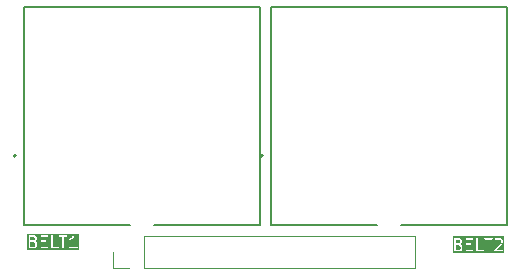
<source format=gbr>
%TF.GenerationSoftware,KiCad,Pcbnew,9.0.1*%
%TF.CreationDate,2025-06-09T14:27:30-04:00*%
%TF.ProjectId,Ceinture_respiration_Shield,4365696e-7475-4726-955f-726573706972,1.1*%
%TF.SameCoordinates,Original*%
%TF.FileFunction,Legend,Top*%
%TF.FilePolarity,Positive*%
%FSLAX46Y46*%
G04 Gerber Fmt 4.6, Leading zero omitted, Abs format (unit mm)*
G04 Created by KiCad (PCBNEW 9.0.1) date 2025-06-09 14:27:30*
%MOMM*%
%LPD*%
G01*
G04 APERTURE LIST*
%ADD10C,0.150000*%
%ADD11C,0.127000*%
%ADD12C,0.200000*%
%ADD13C,0.120000*%
%ADD14R,1.508000X1.508000*%
%ADD15C,1.508000*%
%ADD16C,2.400000*%
%ADD17R,1.950000X1.950000*%
%ADD18C,1.950000*%
%ADD19R,1.700000X1.700000*%
%ADD20O,1.700000X1.700000*%
G04 APERTURE END LIST*
D10*
G36*
X3522455Y5911320D02*
G01*
X3548949Y5884826D01*
X3583207Y5816310D01*
X3583207Y5708863D01*
X3548948Y5640347D01*
X3518541Y5609939D01*
X3450026Y5575681D01*
X3161779Y5575681D01*
X3161779Y5949491D01*
X3407942Y5949491D01*
X3522455Y5911320D01*
G37*
G36*
X3470923Y6391423D02*
G01*
X3501330Y6361016D01*
X3535588Y6292500D01*
X3535588Y6232672D01*
X3501330Y6164156D01*
X3470923Y6133749D01*
X3402407Y6099491D01*
X3161779Y6099491D01*
X3161779Y6425681D01*
X3402407Y6425681D01*
X3470923Y6391423D01*
G37*
G36*
X7271449Y5314570D02*
G01*
X2900668Y5314570D01*
X2900668Y6500681D01*
X3011779Y6500681D01*
X3011779Y5500681D01*
X3013220Y5486049D01*
X3024419Y5459013D01*
X3045111Y5438321D01*
X3072147Y5427122D01*
X3086779Y5425681D01*
X3467731Y5425681D01*
X3482363Y5427122D01*
X3484852Y5428154D01*
X3487540Y5428344D01*
X3501272Y5433599D01*
X3596510Y5481218D01*
X3602809Y5485183D01*
X3604637Y5485940D01*
X3606693Y5487628D01*
X3608953Y5489050D01*
X3610253Y5490550D01*
X3616003Y5495268D01*
X3663621Y5542887D01*
X3668339Y5548637D01*
X3669838Y5549936D01*
X3671259Y5552195D01*
X3672949Y5554253D01*
X3673706Y5556083D01*
X3677670Y5562379D01*
X3725289Y5657617D01*
X3730544Y5671348D01*
X3730735Y5674038D01*
X3731766Y5676526D01*
X3733207Y5691158D01*
X3733207Y5834015D01*
X3731766Y5848647D01*
X3730735Y5851136D01*
X3730544Y5853825D01*
X3725289Y5867556D01*
X3677670Y5962794D01*
X3673705Y5969094D01*
X3672948Y5970921D01*
X3671259Y5972978D01*
X3669838Y5975237D01*
X3668339Y5976537D01*
X3663621Y5982286D01*
X3616002Y6029905D01*
X3604637Y6039232D01*
X3602146Y6040264D01*
X3600111Y6042029D01*
X3594043Y6044738D01*
X3616002Y6066696D01*
X3620720Y6072446D01*
X3622219Y6073745D01*
X3623640Y6076005D01*
X3625329Y6078061D01*
X3626086Y6079889D01*
X3630051Y6086188D01*
X3677670Y6181426D01*
X3682925Y6195157D01*
X3683116Y6197847D01*
X3684147Y6200335D01*
X3685588Y6214967D01*
X3685588Y6310205D01*
X3684147Y6324837D01*
X3683116Y6327326D01*
X3682925Y6330015D01*
X3677670Y6343746D01*
X3630051Y6438984D01*
X3626086Y6445284D01*
X3625329Y6447111D01*
X3623640Y6449168D01*
X3622219Y6451427D01*
X3620720Y6452727D01*
X3616002Y6458476D01*
X3573797Y6500681D01*
X4011779Y6500681D01*
X4011779Y5500681D01*
X4013220Y5486049D01*
X4024419Y5459013D01*
X4045111Y5438321D01*
X4072147Y5427122D01*
X4086779Y5425681D01*
X4562969Y5425681D01*
X4577601Y5427122D01*
X4604637Y5438321D01*
X4625329Y5459013D01*
X4636528Y5486049D01*
X4636528Y5515313D01*
X4625329Y5542349D01*
X4604637Y5563041D01*
X4577601Y5574240D01*
X4562969Y5575681D01*
X4161779Y5575681D01*
X4161779Y5949491D01*
X4420112Y5949491D01*
X4434744Y5950932D01*
X4461780Y5962131D01*
X4482472Y5982823D01*
X4493671Y6009859D01*
X4493671Y6039123D01*
X4482472Y6066159D01*
X4461780Y6086851D01*
X4434744Y6098050D01*
X4420112Y6099491D01*
X4161779Y6099491D01*
X4161779Y6425681D01*
X4562969Y6425681D01*
X4577601Y6427122D01*
X4604637Y6438321D01*
X4625329Y6459013D01*
X4636528Y6486049D01*
X4636528Y6500681D01*
X4916541Y6500681D01*
X4916541Y5500681D01*
X4917982Y5486049D01*
X4929181Y5459013D01*
X4949873Y5438321D01*
X4976909Y5427122D01*
X4991541Y5425681D01*
X5467731Y5425681D01*
X5482363Y5427122D01*
X5509399Y5438321D01*
X5530091Y5459013D01*
X5541290Y5486049D01*
X5541290Y5515313D01*
X5530091Y5542349D01*
X5509399Y5563041D01*
X5482363Y5574240D01*
X5467731Y5575681D01*
X5066541Y5575681D01*
X5066541Y6500681D01*
X5065100Y6515313D01*
X5584649Y6515313D01*
X5584649Y6486049D01*
X5595848Y6459013D01*
X5616540Y6438321D01*
X5643576Y6427122D01*
X5658208Y6425681D01*
X5868922Y6425681D01*
X5868922Y5500681D01*
X5870363Y5486049D01*
X5881562Y5459013D01*
X5902254Y5438321D01*
X5929290Y5427122D01*
X5958554Y5427122D01*
X5985590Y5438321D01*
X6006282Y5459013D01*
X6017481Y5486049D01*
X6018922Y5500681D01*
X6018922Y6224348D01*
X6440940Y6224348D01*
X6443014Y6195158D01*
X6456101Y6168983D01*
X6478209Y6149810D01*
X6505970Y6140556D01*
X6535160Y6142630D01*
X6548892Y6147885D01*
X6644130Y6195504D01*
X6650429Y6199469D01*
X6652257Y6200226D01*
X6654313Y6201915D01*
X6656573Y6203336D01*
X6657872Y6204835D01*
X6663622Y6209553D01*
X6726065Y6271996D01*
X6726065Y5575681D01*
X6515351Y5575681D01*
X6500719Y5574240D01*
X6473683Y5563041D01*
X6452991Y5542349D01*
X6441792Y5515313D01*
X6441792Y5486049D01*
X6452991Y5459013D01*
X6473683Y5438321D01*
X6500719Y5427122D01*
X6515351Y5425681D01*
X7086779Y5425681D01*
X7101411Y5427122D01*
X7128447Y5438321D01*
X7149139Y5459013D01*
X7160338Y5486049D01*
X7160338Y5515313D01*
X7149139Y5542349D01*
X7128447Y5563041D01*
X7101411Y5574240D01*
X7086779Y5575681D01*
X6876065Y5575681D01*
X6876065Y6500681D01*
X6876059Y6500734D01*
X6876065Y6500760D01*
X6876049Y6500837D01*
X6874624Y6515313D01*
X6871782Y6522174D01*
X6870326Y6529455D01*
X6866236Y6535562D01*
X6863425Y6542349D01*
X6858176Y6547598D01*
X6854043Y6553770D01*
X6847926Y6557848D01*
X6842733Y6563041D01*
X6835873Y6565883D01*
X6829694Y6570002D01*
X6822485Y6571428D01*
X6815697Y6574240D01*
X6808270Y6574240D01*
X6800986Y6575681D01*
X6793781Y6574240D01*
X6786433Y6574240D01*
X6779572Y6571399D01*
X6772292Y6569942D01*
X6766186Y6565854D01*
X6759397Y6563041D01*
X6754146Y6557791D01*
X6747977Y6553659D01*
X6738756Y6542401D01*
X6738705Y6542349D01*
X6738695Y6542327D01*
X6738661Y6542284D01*
X6647541Y6405604D01*
X6566162Y6324225D01*
X6481810Y6282049D01*
X6469367Y6274217D01*
X6450194Y6252109D01*
X6440940Y6224348D01*
X6018922Y6224348D01*
X6018922Y6425681D01*
X6229636Y6425681D01*
X6244268Y6427122D01*
X6271304Y6438321D01*
X6291996Y6459013D01*
X6303195Y6486049D01*
X6303195Y6515313D01*
X6291996Y6542349D01*
X6271304Y6563041D01*
X6244268Y6574240D01*
X6229636Y6575681D01*
X5658208Y6575681D01*
X5643576Y6574240D01*
X5616540Y6563041D01*
X5595848Y6542349D01*
X5584649Y6515313D01*
X5065100Y6515313D01*
X5053901Y6542349D01*
X5033209Y6563041D01*
X5006173Y6574240D01*
X4976909Y6574240D01*
X4949873Y6563041D01*
X4929181Y6542349D01*
X4917982Y6515313D01*
X4916541Y6500681D01*
X4636528Y6500681D01*
X4636528Y6515313D01*
X4625329Y6542349D01*
X4604637Y6563041D01*
X4577601Y6574240D01*
X4562969Y6575681D01*
X4086779Y6575681D01*
X4072147Y6574240D01*
X4045111Y6563041D01*
X4024419Y6542349D01*
X4013220Y6515313D01*
X4011779Y6500681D01*
X3573797Y6500681D01*
X3568383Y6506095D01*
X3562633Y6510814D01*
X3561334Y6512312D01*
X3559074Y6513734D01*
X3557018Y6515422D01*
X3555190Y6516180D01*
X3548891Y6520144D01*
X3453653Y6567763D01*
X3439921Y6573018D01*
X3437233Y6573209D01*
X3434744Y6574240D01*
X3420112Y6575681D01*
X3086779Y6575681D01*
X3072147Y6574240D01*
X3045111Y6563041D01*
X3024419Y6542349D01*
X3013220Y6515313D01*
X3011779Y6500681D01*
X2900668Y6500681D01*
X2900668Y6686792D01*
X7271449Y6686792D01*
X7271449Y5314570D01*
G37*
G36*
X39522455Y5661320D02*
G01*
X39548949Y5634826D01*
X39583207Y5566310D01*
X39583207Y5458863D01*
X39548948Y5390347D01*
X39518541Y5359939D01*
X39450026Y5325681D01*
X39161779Y5325681D01*
X39161779Y5699491D01*
X39407942Y5699491D01*
X39522455Y5661320D01*
G37*
G36*
X39470923Y6141423D02*
G01*
X39501330Y6111016D01*
X39535588Y6042500D01*
X39535588Y5982672D01*
X39501330Y5914156D01*
X39470923Y5883749D01*
X39402407Y5849491D01*
X39161779Y5849491D01*
X39161779Y6175681D01*
X39402407Y6175681D01*
X39470923Y6141423D01*
G37*
G36*
X43272890Y5064570D02*
G01*
X38900668Y5064570D01*
X38900668Y6250681D01*
X39011779Y6250681D01*
X39011779Y5250681D01*
X39013220Y5236049D01*
X39024419Y5209013D01*
X39045111Y5188321D01*
X39072147Y5177122D01*
X39086779Y5175681D01*
X39467731Y5175681D01*
X39482363Y5177122D01*
X39484852Y5178154D01*
X39487540Y5178344D01*
X39501272Y5183599D01*
X39596510Y5231218D01*
X39602809Y5235183D01*
X39604637Y5235940D01*
X39606693Y5237628D01*
X39608953Y5239050D01*
X39610253Y5240550D01*
X39616003Y5245268D01*
X39663621Y5292887D01*
X39668339Y5298637D01*
X39669838Y5299936D01*
X39671259Y5302195D01*
X39672949Y5304253D01*
X39673706Y5306083D01*
X39677670Y5312379D01*
X39725289Y5407617D01*
X39730544Y5421348D01*
X39730735Y5424038D01*
X39731766Y5426526D01*
X39733207Y5441158D01*
X39733207Y5584015D01*
X39731766Y5598647D01*
X39730735Y5601136D01*
X39730544Y5603825D01*
X39725289Y5617556D01*
X39677670Y5712794D01*
X39673705Y5719094D01*
X39672948Y5720921D01*
X39671259Y5722978D01*
X39669838Y5725237D01*
X39668339Y5726537D01*
X39663621Y5732286D01*
X39616002Y5779905D01*
X39604637Y5789232D01*
X39602146Y5790264D01*
X39600111Y5792029D01*
X39594043Y5794738D01*
X39616002Y5816696D01*
X39620720Y5822446D01*
X39622219Y5823745D01*
X39623640Y5826005D01*
X39625329Y5828061D01*
X39626086Y5829889D01*
X39630051Y5836188D01*
X39677670Y5931426D01*
X39682925Y5945157D01*
X39683116Y5947847D01*
X39684147Y5950335D01*
X39685588Y5964967D01*
X39685588Y6060205D01*
X39684147Y6074837D01*
X39683116Y6077326D01*
X39682925Y6080015D01*
X39677670Y6093746D01*
X39630051Y6188984D01*
X39626086Y6195284D01*
X39625329Y6197111D01*
X39623640Y6199168D01*
X39622219Y6201427D01*
X39620720Y6202727D01*
X39616002Y6208476D01*
X39573797Y6250681D01*
X40011779Y6250681D01*
X40011779Y5250681D01*
X40013220Y5236049D01*
X40024419Y5209013D01*
X40045111Y5188321D01*
X40072147Y5177122D01*
X40086779Y5175681D01*
X40562969Y5175681D01*
X40577601Y5177122D01*
X40604637Y5188321D01*
X40625329Y5209013D01*
X40636528Y5236049D01*
X40636528Y5265313D01*
X40625329Y5292349D01*
X40604637Y5313041D01*
X40577601Y5324240D01*
X40562969Y5325681D01*
X40161779Y5325681D01*
X40161779Y5699491D01*
X40420112Y5699491D01*
X40434744Y5700932D01*
X40461780Y5712131D01*
X40482472Y5732823D01*
X40493671Y5759859D01*
X40493671Y5789123D01*
X40482472Y5816159D01*
X40461780Y5836851D01*
X40434744Y5848050D01*
X40420112Y5849491D01*
X40161779Y5849491D01*
X40161779Y6175681D01*
X40562969Y6175681D01*
X40577601Y6177122D01*
X40604637Y6188321D01*
X40625329Y6209013D01*
X40636528Y6236049D01*
X40636528Y6250681D01*
X40916541Y6250681D01*
X40916541Y5250681D01*
X40917982Y5236049D01*
X40929181Y5209013D01*
X40949873Y5188321D01*
X40976909Y5177122D01*
X40991541Y5175681D01*
X41467731Y5175681D01*
X41482363Y5177122D01*
X41509399Y5188321D01*
X41530091Y5209013D01*
X41541290Y5236049D01*
X41541290Y5265313D01*
X41530091Y5292349D01*
X41509399Y5313041D01*
X41482363Y5324240D01*
X41467731Y5325681D01*
X41066541Y5325681D01*
X41066541Y6250681D01*
X41065100Y6265313D01*
X41584649Y6265313D01*
X41584649Y6236049D01*
X41595848Y6209013D01*
X41616540Y6188321D01*
X41643576Y6177122D01*
X41658208Y6175681D01*
X41868922Y6175681D01*
X41868922Y5250681D01*
X41870363Y5236049D01*
X41881562Y5209013D01*
X41902254Y5188321D01*
X41929290Y5177122D01*
X41958554Y5177122D01*
X41985590Y5188321D01*
X42006282Y5209013D01*
X42017481Y5236049D01*
X42018922Y5250681D01*
X42018922Y5265313D01*
X42394173Y5265313D01*
X42394173Y5236049D01*
X42405372Y5209013D01*
X42426064Y5188321D01*
X42453100Y5177122D01*
X42467732Y5175681D01*
X43086779Y5175681D01*
X43101411Y5177122D01*
X43128447Y5188321D01*
X43149139Y5209013D01*
X43160338Y5236049D01*
X43160338Y5265313D01*
X43149139Y5292349D01*
X43128447Y5313041D01*
X43101411Y5324240D01*
X43086779Y5325681D01*
X42648798Y5325681D01*
X43092193Y5769077D01*
X43101521Y5780442D01*
X43102552Y5782933D01*
X43104317Y5784967D01*
X43110311Y5798393D01*
X43157930Y5941249D01*
X43159579Y5948505D01*
X43160338Y5950335D01*
X43160599Y5952989D01*
X43161190Y5955586D01*
X43161049Y5957561D01*
X43161779Y5964967D01*
X43161779Y6060205D01*
X43160338Y6074837D01*
X43159307Y6077326D01*
X43159116Y6080015D01*
X43153861Y6093746D01*
X43106242Y6188984D01*
X43102277Y6195284D01*
X43101520Y6197111D01*
X43099831Y6199168D01*
X43098410Y6201427D01*
X43096911Y6202727D01*
X43092193Y6208476D01*
X43044574Y6256095D01*
X43038824Y6260814D01*
X43037525Y6262312D01*
X43035265Y6263734D01*
X43033209Y6265422D01*
X43031381Y6266180D01*
X43025082Y6270144D01*
X42929844Y6317763D01*
X42916112Y6323018D01*
X42913424Y6323209D01*
X42910935Y6324240D01*
X42896303Y6325681D01*
X42658208Y6325681D01*
X42643576Y6324240D01*
X42641087Y6323210D01*
X42638398Y6323018D01*
X42624667Y6317763D01*
X42529429Y6270144D01*
X42523129Y6266180D01*
X42521302Y6265422D01*
X42519245Y6263734D01*
X42516986Y6262312D01*
X42515686Y6260814D01*
X42509937Y6256095D01*
X42462318Y6208476D01*
X42452991Y6197111D01*
X42441792Y6170074D01*
X42441792Y6140812D01*
X42452991Y6113775D01*
X42473683Y6093083D01*
X42500720Y6081884D01*
X42529982Y6081884D01*
X42557019Y6093083D01*
X42568384Y6102410D01*
X42607397Y6141423D01*
X42675913Y6175681D01*
X42878598Y6175681D01*
X42947114Y6141423D01*
X42977521Y6111016D01*
X43011779Y6042500D01*
X43011779Y5977137D01*
X42973607Y5862624D01*
X42414699Y5303714D01*
X42405372Y5292349D01*
X42394173Y5265313D01*
X42018922Y5265313D01*
X42018922Y6175681D01*
X42229636Y6175681D01*
X42244268Y6177122D01*
X42271304Y6188321D01*
X42291996Y6209013D01*
X42303195Y6236049D01*
X42303195Y6265313D01*
X42291996Y6292349D01*
X42271304Y6313041D01*
X42244268Y6324240D01*
X42229636Y6325681D01*
X41658208Y6325681D01*
X41643576Y6324240D01*
X41616540Y6313041D01*
X41595848Y6292349D01*
X41584649Y6265313D01*
X41065100Y6265313D01*
X41053901Y6292349D01*
X41033209Y6313041D01*
X41006173Y6324240D01*
X40976909Y6324240D01*
X40949873Y6313041D01*
X40929181Y6292349D01*
X40917982Y6265313D01*
X40916541Y6250681D01*
X40636528Y6250681D01*
X40636528Y6265313D01*
X40625329Y6292349D01*
X40604637Y6313041D01*
X40577601Y6324240D01*
X40562969Y6325681D01*
X40086779Y6325681D01*
X40072147Y6324240D01*
X40045111Y6313041D01*
X40024419Y6292349D01*
X40013220Y6265313D01*
X40011779Y6250681D01*
X39573797Y6250681D01*
X39568383Y6256095D01*
X39562633Y6260814D01*
X39561334Y6262312D01*
X39559074Y6263734D01*
X39557018Y6265422D01*
X39555190Y6266180D01*
X39548891Y6270144D01*
X39453653Y6317763D01*
X39439921Y6323018D01*
X39437233Y6323209D01*
X39434744Y6324240D01*
X39420112Y6325681D01*
X39086779Y6325681D01*
X39072147Y6324240D01*
X39045111Y6313041D01*
X39024419Y6292349D01*
X39013220Y6265313D01*
X39011779Y6250681D01*
X38900668Y6250681D01*
X38900668Y6436792D01*
X43272890Y6436792D01*
X43272890Y5064570D01*
G37*
D11*
%TO.C,J7*%
X23500000Y7370500D02*
X23500000Y25870500D01*
X32500000Y7370500D02*
X23500000Y7370500D01*
X43500000Y25870500D02*
X23500000Y25870500D01*
X43500000Y25870500D02*
X43500000Y7370500D01*
X43500000Y7370500D02*
X34500000Y7370500D01*
D12*
X22836000Y13276500D02*
G75*
G02*
X22636000Y13276500I-100000J0D01*
G01*
X22636000Y13276500D02*
G75*
G02*
X22836000Y13276500I100000J0D01*
G01*
D11*
%TO.C,J6*%
X2594500Y7370500D02*
X2594500Y25870500D01*
X11594500Y7370500D02*
X2594500Y7370500D01*
X22594500Y25870500D02*
X2594500Y25870500D01*
X22594500Y25870500D02*
X22594500Y7370500D01*
X22594500Y7370500D02*
X13594500Y7370500D01*
D12*
X1930500Y13276500D02*
G75*
G02*
X1730500Y13276500I-100000J0D01*
G01*
X1730500Y13276500D02*
G75*
G02*
X1930500Y13276500I100000J0D01*
G01*
D13*
%TO.C,J1*%
X10170000Y3790500D02*
X10170000Y5120500D01*
X11500000Y3790500D02*
X10170000Y3790500D01*
X12770000Y6450500D02*
X35690000Y6450500D01*
X12770000Y3790500D02*
X12770000Y6450500D01*
X12770000Y3790500D02*
X35690000Y3790500D01*
X35690000Y3790500D02*
X35690000Y6450500D01*
%TD*%
%LPC*%
D14*
%TO.C,PS1*%
X41507500Y2372500D03*
D15*
X38967500Y2372500D03*
X36427500Y2372500D03*
X31347500Y2372500D03*
X28807500Y2372500D03*
X26267500Y2372500D03*
X23727500Y2372500D03*
%TD*%
D16*
%TO.C,J7*%
X41000000Y18370500D03*
X26000000Y18370500D03*
D17*
X28500000Y13370500D03*
D18*
X33500000Y13370500D03*
X38500000Y13370500D03*
X31000000Y10870500D03*
X36000000Y10870500D03*
X26000000Y10870500D03*
X41000000Y10870500D03*
X36000000Y23370500D03*
X31000000Y23370500D03*
X33500000Y8370500D03*
%TD*%
D16*
%TO.C,J6*%
X20094500Y18370500D03*
X5094500Y18370500D03*
D17*
X7594500Y13370500D03*
D18*
X12594500Y13370500D03*
X17594500Y13370500D03*
X10094500Y10870500D03*
X15094500Y10870500D03*
X5094500Y10870500D03*
X20094500Y10870500D03*
X15094500Y23370500D03*
X10094500Y23370500D03*
X12594500Y8370500D03*
%TD*%
D19*
%TO.C,J1*%
X11500000Y5120500D03*
D20*
X14040000Y5120500D03*
X16580000Y5120500D03*
X19120000Y5120500D03*
X21660000Y5120500D03*
X24200000Y5120500D03*
X26740000Y5120500D03*
X29280000Y5120500D03*
X31820000Y5120500D03*
X34360000Y5120500D03*
%TD*%
%LPD*%
M02*

</source>
